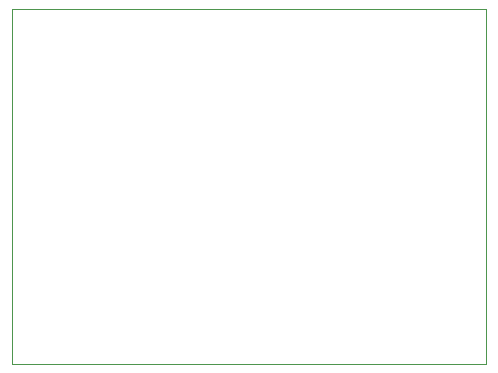
<source format=gko>
%FSLAX44Y44*%
%MOMM*%
G71*
G01*
G75*
G04 Layer_Color=16711935*
G04:AMPARAMS|DCode=10|XSize=1.5mm|YSize=3mm|CornerRadius=0.375mm|HoleSize=0mm|Usage=FLASHONLY|Rotation=0.000|XOffset=0mm|YOffset=0mm|HoleType=Round|Shape=RoundedRectangle|*
%AMROUNDEDRECTD10*
21,1,1.5000,2.2500,0,0,0.0*
21,1,0.7500,3.0000,0,0,0.0*
1,1,0.7500,0.3750,-1.1250*
1,1,0.7500,-0.3750,-1.1250*
1,1,0.7500,-0.3750,1.1250*
1,1,0.7500,0.3750,1.1250*
%
%ADD10ROUNDEDRECTD10*%
%ADD11R,0.4000X1.4000*%
%ADD12R,1.8000X1.9000*%
G04:AMPARAMS|DCode=13|XSize=1mm|YSize=1.2mm|CornerRadius=0.165mm|HoleSize=0mm|Usage=FLASHONLY|Rotation=0.000|XOffset=0mm|YOffset=0mm|HoleType=Round|Shape=RoundedRectangle|*
%AMROUNDEDRECTD13*
21,1,1.0000,0.8700,0,0,0.0*
21,1,0.6700,1.2000,0,0,0.0*
1,1,0.3300,0.3350,-0.4350*
1,1,0.3300,-0.3350,-0.4350*
1,1,0.3300,-0.3350,0.4350*
1,1,0.3300,0.3350,0.4350*
%
%ADD13ROUNDEDRECTD13*%
G04:AMPARAMS|DCode=14|XSize=2.35mm|YSize=1.15mm|CornerRadius=0.3852mm|HoleSize=0mm|Usage=FLASHONLY|Rotation=180.000|XOffset=0mm|YOffset=0mm|HoleType=Round|Shape=RoundedRectangle|*
%AMROUNDEDRECTD14*
21,1,2.3500,0.3795,0,0,180.0*
21,1,1.5795,1.1500,0,0,180.0*
1,1,0.7705,-0.7897,0.1898*
1,1,0.7705,0.7897,0.1898*
1,1,0.7705,0.7897,-0.1898*
1,1,0.7705,-0.7897,-0.1898*
%
%ADD14ROUNDEDRECTD14*%
G04:AMPARAMS|DCode=15|XSize=1.3mm|YSize=1mm|CornerRadius=0.25mm|HoleSize=0mm|Usage=FLASHONLY|Rotation=180.000|XOffset=0mm|YOffset=0mm|HoleType=Round|Shape=RoundedRectangle|*
%AMROUNDEDRECTD15*
21,1,1.3000,0.5000,0,0,180.0*
21,1,0.8000,1.0000,0,0,180.0*
1,1,0.5000,-0.4000,0.2500*
1,1,0.5000,0.4000,0.2500*
1,1,0.5000,0.4000,-0.2500*
1,1,0.5000,-0.4000,-0.2500*
%
%ADD15ROUNDEDRECTD15*%
G04:AMPARAMS|DCode=16|XSize=2.5mm|YSize=1.15mm|CornerRadius=0.3852mm|HoleSize=0mm|Usage=FLASHONLY|Rotation=180.000|XOffset=0mm|YOffset=0mm|HoleType=Round|Shape=RoundedRectangle|*
%AMROUNDEDRECTD16*
21,1,2.5000,0.3795,0,0,180.0*
21,1,1.7295,1.1500,0,0,180.0*
1,1,0.7705,-0.8648,0.1898*
1,1,0.7705,0.8648,0.1898*
1,1,0.7705,0.8648,-0.1898*
1,1,0.7705,-0.8648,-0.1898*
%
%ADD16ROUNDEDRECTD16*%
%ADD17O,0.7000X2.5000*%
%ADD18O,2.5000X0.7000*%
%ADD19R,1.1000X1.1000*%
%ADD20R,4.0000X4.0000*%
%ADD21O,1.1000X0.4000*%
%ADD22O,0.4000X1.1000*%
G04:AMPARAMS|DCode=23|XSize=1.1mm|YSize=0.6mm|CornerRadius=0.201mm|HoleSize=0mm|Usage=FLASHONLY|Rotation=180.000|XOffset=0mm|YOffset=0mm|HoleType=Round|Shape=RoundedRectangle|*
%AMROUNDEDRECTD23*
21,1,1.1000,0.1980,0,0,180.0*
21,1,0.6980,0.6000,0,0,180.0*
1,1,0.4020,-0.3490,0.0990*
1,1,0.4020,0.3490,0.0990*
1,1,0.4020,0.3490,-0.0990*
1,1,0.4020,-0.3490,-0.0990*
%
%ADD23ROUNDEDRECTD23*%
G04:AMPARAMS|DCode=24|XSize=1mm|YSize=0.9mm|CornerRadius=0.198mm|HoleSize=0mm|Usage=FLASHONLY|Rotation=90.000|XOffset=0mm|YOffset=0mm|HoleType=Round|Shape=RoundedRectangle|*
%AMROUNDEDRECTD24*
21,1,1.0000,0.5040,0,0,90.0*
21,1,0.6040,0.9000,0,0,90.0*
1,1,0.3960,0.2520,0.3020*
1,1,0.3960,0.2520,-0.3020*
1,1,0.3960,-0.2520,-0.3020*
1,1,0.3960,-0.2520,0.3020*
%
%ADD24ROUNDEDRECTD24*%
G04:AMPARAMS|DCode=25|XSize=0.67mm|YSize=0.67mm|CornerRadius=0.1508mm|HoleSize=0mm|Usage=FLASHONLY|Rotation=180.000|XOffset=0mm|YOffset=0mm|HoleType=Round|Shape=RoundedRectangle|*
%AMROUNDEDRECTD25*
21,1,0.6700,0.3685,0,0,180.0*
21,1,0.3685,0.6700,0,0,180.0*
1,1,0.3015,-0.1843,0.1843*
1,1,0.3015,0.1843,0.1843*
1,1,0.3015,0.1843,-0.1843*
1,1,0.3015,-0.1843,-0.1843*
%
%ADD25ROUNDEDRECTD25*%
G04:AMPARAMS|DCode=26|XSize=0.67mm|YSize=0.67mm|CornerRadius=0.1508mm|HoleSize=0mm|Usage=FLASHONLY|Rotation=270.000|XOffset=0mm|YOffset=0mm|HoleType=Round|Shape=RoundedRectangle|*
%AMROUNDEDRECTD26*
21,1,0.6700,0.3685,0,0,270.0*
21,1,0.3685,0.6700,0,0,270.0*
1,1,0.3015,-0.1843,-0.1843*
1,1,0.3015,-0.1843,0.1843*
1,1,0.3015,0.1843,0.1843*
1,1,0.3015,0.1843,-0.1843*
%
%ADD26ROUNDEDRECTD26*%
G04:AMPARAMS|DCode=27|XSize=1.05mm|YSize=0.65mm|CornerRadius=0.2015mm|HoleSize=0mm|Usage=FLASHONLY|Rotation=90.000|XOffset=0mm|YOffset=0mm|HoleType=Round|Shape=RoundedRectangle|*
%AMROUNDEDRECTD27*
21,1,1.0500,0.2470,0,0,90.0*
21,1,0.6470,0.6500,0,0,90.0*
1,1,0.4030,0.1235,0.3235*
1,1,0.4030,0.1235,-0.3235*
1,1,0.4030,-0.1235,-0.3235*
1,1,0.4030,-0.1235,0.3235*
%
%ADD27ROUNDEDRECTD27*%
G04:AMPARAMS|DCode=28|XSize=0.65mm|YSize=0.5mm|CornerRadius=0.2mm|HoleSize=0mm|Usage=FLASHONLY|Rotation=270.000|XOffset=0mm|YOffset=0mm|HoleType=Round|Shape=RoundedRectangle|*
%AMROUNDEDRECTD28*
21,1,0.6500,0.1000,0,0,270.0*
21,1,0.2500,0.5000,0,0,270.0*
1,1,0.4000,-0.0500,-0.1250*
1,1,0.4000,-0.0500,0.1250*
1,1,0.4000,0.0500,0.1250*
1,1,0.4000,0.0500,-0.1250*
%
%ADD28ROUNDEDRECTD28*%
G04:AMPARAMS|DCode=29|XSize=0.62mm|YSize=0.62mm|CornerRadius=0.1488mm|HoleSize=0mm|Usage=FLASHONLY|Rotation=270.000|XOffset=0mm|YOffset=0mm|HoleType=Round|Shape=RoundedRectangle|*
%AMROUNDEDRECTD29*
21,1,0.6200,0.3224,0,0,270.0*
21,1,0.3224,0.6200,0,0,270.0*
1,1,0.2976,-0.1612,-0.1612*
1,1,0.2976,-0.1612,0.1612*
1,1,0.2976,0.1612,0.1612*
1,1,0.2976,0.1612,-0.1612*
%
%ADD29ROUNDEDRECTD29*%
G04:AMPARAMS|DCode=30|XSize=1mm|YSize=0.95mm|CornerRadius=0.1995mm|HoleSize=0mm|Usage=FLASHONLY|Rotation=0.000|XOffset=0mm|YOffset=0mm|HoleType=Round|Shape=RoundedRectangle|*
%AMROUNDEDRECTD30*
21,1,1.0000,0.5510,0,0,0.0*
21,1,0.6010,0.9500,0,0,0.0*
1,1,0.3990,0.3005,-0.2755*
1,1,0.3990,-0.3005,-0.2755*
1,1,0.3990,-0.3005,0.2755*
1,1,0.3990,0.3005,0.2755*
%
%ADD30ROUNDEDRECTD30*%
G04:AMPARAMS|DCode=31|XSize=1mm|YSize=0.95mm|CornerRadius=0.1995mm|HoleSize=0mm|Usage=FLASHONLY|Rotation=270.000|XOffset=0mm|YOffset=0mm|HoleType=Round|Shape=RoundedRectangle|*
%AMROUNDEDRECTD31*
21,1,1.0000,0.5510,0,0,270.0*
21,1,0.6010,0.9500,0,0,270.0*
1,1,0.3990,-0.2755,-0.3005*
1,1,0.3990,-0.2755,0.3005*
1,1,0.3990,0.2755,0.3005*
1,1,0.3990,0.2755,-0.3005*
%
%ADD31ROUNDEDRECTD31*%
G04:AMPARAMS|DCode=32|XSize=0.5mm|YSize=0.21mm|CornerRadius=0.0347mm|HoleSize=0mm|Usage=FLASHONLY|Rotation=180.000|XOffset=0mm|YOffset=0mm|HoleType=Round|Shape=RoundedRectangle|*
%AMROUNDEDRECTD32*
21,1,0.5000,0.1407,0,0,180.0*
21,1,0.4307,0.2100,0,0,180.0*
1,1,0.0693,-0.2154,0.0704*
1,1,0.0693,0.2154,0.0704*
1,1,0.0693,0.2154,-0.0704*
1,1,0.0693,-0.2154,-0.0704*
%
%ADD32ROUNDEDRECTD32*%
G04:AMPARAMS|DCode=33|XSize=0.3mm|YSize=0.65mm|CornerRadius=0.0495mm|HoleSize=0mm|Usage=FLASHONLY|Rotation=180.000|XOffset=0mm|YOffset=0mm|HoleType=Round|Shape=RoundedRectangle|*
%AMROUNDEDRECTD33*
21,1,0.3000,0.5510,0,0,180.0*
21,1,0.2010,0.6500,0,0,180.0*
1,1,0.0990,-0.1005,0.2755*
1,1,0.0990,0.1005,0.2755*
1,1,0.0990,0.1005,-0.2755*
1,1,0.0990,-0.1005,-0.2755*
%
%ADD33ROUNDEDRECTD33*%
G04:AMPARAMS|DCode=34|XSize=0.65mm|YSize=0.35mm|CornerRadius=0.0735mm|HoleSize=0mm|Usage=FLASHONLY|Rotation=270.000|XOffset=0mm|YOffset=0mm|HoleType=Round|Shape=RoundedRectangle|*
%AMROUNDEDRECTD34*
21,1,0.6500,0.2030,0,0,270.0*
21,1,0.5030,0.3500,0,0,270.0*
1,1,0.1470,-0.1015,-0.2515*
1,1,0.1470,-0.1015,0.2515*
1,1,0.1470,0.1015,0.2515*
1,1,0.1470,0.1015,-0.2515*
%
%ADD34ROUNDEDRECTD34*%
G04:AMPARAMS|DCode=35|XSize=0.3mm|YSize=0.25mm|CornerRadius=0.0525mm|HoleSize=0mm|Usage=FLASHONLY|Rotation=270.000|XOffset=0mm|YOffset=0mm|HoleType=Round|Shape=RoundedRectangle|*
%AMROUNDEDRECTD35*
21,1,0.3000,0.1450,0,0,270.0*
21,1,0.1950,0.2500,0,0,270.0*
1,1,0.1050,-0.0725,-0.0975*
1,1,0.1050,-0.0725,0.0975*
1,1,0.1050,0.0725,0.0975*
1,1,0.1050,0.0725,-0.0975*
%
%ADD35ROUNDEDRECTD35*%
%ADD36C,0.2500*%
%ADD37C,0.3500*%
%ADD38C,0.2000*%
%ADD39C,0.6000*%
%ADD40C,0.3000*%
%ADD41C,0.7000*%
%ADD42C,0.4000*%
%ADD43C,0.5000*%
%ADD44C,0.7000*%
%ADD45C,0.8000*%
G04:AMPARAMS|DCode=46|XSize=1.15mm|YSize=2.1mm|CornerRadius=0.2875mm|HoleSize=0mm|Usage=FLASHONLY|Rotation=90.000|XOffset=0mm|YOffset=0mm|HoleType=Round|Shape=RoundedRectangle|*
%AMROUNDEDRECTD46*
21,1,1.1500,1.5250,0,0,90.0*
21,1,0.5750,2.1000,0,0,90.0*
1,1,0.5750,0.7625,0.2875*
1,1,0.5750,0.7625,-0.2875*
1,1,0.5750,-0.7625,-0.2875*
1,1,0.5750,-0.7625,0.2875*
%
%ADD46ROUNDEDRECTD46*%
%ADD47C,1.8500*%
%ADD48R,1.3000X1.3000*%
%ADD49C,1.3000*%
%ADD50C,0.6000*%
G04:AMPARAMS|DCode=51|XSize=1mm|YSize=0.9mm|CornerRadius=0.198mm|HoleSize=0mm|Usage=FLASHONLY|Rotation=0.000|XOffset=0mm|YOffset=0mm|HoleType=Round|Shape=RoundedRectangle|*
%AMROUNDEDRECTD51*
21,1,1.0000,0.5040,0,0,0.0*
21,1,0.6040,0.9000,0,0,0.0*
1,1,0.3960,0.3020,-0.2520*
1,1,0.3960,-0.3020,-0.2520*
1,1,0.3960,-0.3020,0.2520*
1,1,0.3960,0.3020,0.2520*
%
%ADD51ROUNDEDRECTD51*%
G04:AMPARAMS|DCode=52|XSize=1mm|YSize=1.2mm|CornerRadius=0.165mm|HoleSize=0mm|Usage=FLASHONLY|Rotation=90.000|XOffset=0mm|YOffset=0mm|HoleType=Round|Shape=RoundedRectangle|*
%AMROUNDEDRECTD52*
21,1,1.0000,0.8700,0,0,90.0*
21,1,0.6700,1.2000,0,0,90.0*
1,1,0.3300,0.4350,0.3350*
1,1,0.3300,0.4350,-0.3350*
1,1,0.3300,-0.4350,-0.3350*
1,1,0.3300,-0.4350,0.3350*
%
%ADD52ROUNDEDRECTD52*%
G04:AMPARAMS|DCode=53|XSize=3.5mm|YSize=1.2mm|CornerRadius=0.198mm|HoleSize=0mm|Usage=FLASHONLY|Rotation=180.000|XOffset=0mm|YOffset=0mm|HoleType=Round|Shape=RoundedRectangle|*
%AMROUNDEDRECTD53*
21,1,3.5000,0.8040,0,0,180.0*
21,1,3.1040,1.2000,0,0,180.0*
1,1,0.3960,-1.5520,0.4020*
1,1,0.3960,1.5520,0.4020*
1,1,0.3960,1.5520,-0.4020*
1,1,0.3960,-1.5520,-0.4020*
%
%ADD53ROUNDEDRECTD53*%
G04:AMPARAMS|DCode=54|XSize=0.62mm|YSize=0.62mm|CornerRadius=0.1488mm|HoleSize=0mm|Usage=FLASHONLY|Rotation=0.000|XOffset=0mm|YOffset=0mm|HoleType=Round|Shape=RoundedRectangle|*
%AMROUNDEDRECTD54*
21,1,0.6200,0.3224,0,0,0.0*
21,1,0.3224,0.6200,0,0,0.0*
1,1,0.2976,0.1612,-0.1612*
1,1,0.2976,-0.1612,-0.1612*
1,1,0.2976,-0.1612,0.1612*
1,1,0.2976,0.1612,0.1612*
%
%ADD54ROUNDEDRECTD54*%
%ADD55C,0.2540*%
%ADD56C,0.1000*%
%ADD57C,0.0100*%
%ADD58C,0.1500*%
%ADD59C,0.0500*%
%ADD60R,2.1000X2.1000*%
G04:AMPARAMS|DCode=61|XSize=1.7032mm|YSize=3.2032mm|CornerRadius=0.4766mm|HoleSize=0mm|Usage=FLASHONLY|Rotation=0.000|XOffset=0mm|YOffset=0mm|HoleType=Round|Shape=RoundedRectangle|*
%AMROUNDEDRECTD61*
21,1,1.7032,2.2500,0,0,0.0*
21,1,0.7500,3.2032,0,0,0.0*
1,1,0.9532,0.3750,-1.1250*
1,1,0.9532,-0.3750,-1.1250*
1,1,0.9532,-0.3750,1.1250*
1,1,0.9532,0.3750,1.1250*
%
%ADD61ROUNDEDRECTD61*%
%ADD62R,0.6032X1.6032*%
%ADD63R,2.0032X2.1032*%
G04:AMPARAMS|DCode=64|XSize=1.15mm|YSize=1.35mm|CornerRadius=0.24mm|HoleSize=0mm|Usage=FLASHONLY|Rotation=0.000|XOffset=0mm|YOffset=0mm|HoleType=Round|Shape=RoundedRectangle|*
%AMROUNDEDRECTD64*
21,1,1.1500,0.8700,0,0,0.0*
21,1,0.6700,1.3500,0,0,0.0*
1,1,0.4800,0.3350,-0.4350*
1,1,0.4800,-0.3350,-0.4350*
1,1,0.4800,-0.3350,0.4350*
1,1,0.4800,0.3350,0.4350*
%
%ADD64ROUNDEDRECTD64*%
G04:AMPARAMS|DCode=65|XSize=2.45mm|YSize=1.25mm|CornerRadius=0.4353mm|HoleSize=0mm|Usage=FLASHONLY|Rotation=180.000|XOffset=0mm|YOffset=0mm|HoleType=Round|Shape=RoundedRectangle|*
%AMROUNDEDRECTD65*
21,1,2.4500,0.3795,0,0,180.0*
21,1,1.5795,1.2500,0,0,180.0*
1,1,0.8705,-0.7897,0.1898*
1,1,0.8705,0.7897,0.1898*
1,1,0.8705,0.7897,-0.1898*
1,1,0.8705,-0.7897,-0.1898*
%
%ADD65ROUNDEDRECTD65*%
G04:AMPARAMS|DCode=66|XSize=1.4mm|YSize=1.1mm|CornerRadius=0.3mm|HoleSize=0mm|Usage=FLASHONLY|Rotation=180.000|XOffset=0mm|YOffset=0mm|HoleType=Round|Shape=RoundedRectangle|*
%AMROUNDEDRECTD66*
21,1,1.4000,0.5000,0,0,180.0*
21,1,0.8000,1.1000,0,0,180.0*
1,1,0.6000,-0.4000,0.2500*
1,1,0.6000,0.4000,0.2500*
1,1,0.6000,0.4000,-0.2500*
1,1,0.6000,-0.4000,-0.2500*
%
%ADD66ROUNDEDRECTD66*%
G04:AMPARAMS|DCode=67|XSize=2.6mm|YSize=1.25mm|CornerRadius=0.4353mm|HoleSize=0mm|Usage=FLASHONLY|Rotation=180.000|XOffset=0mm|YOffset=0mm|HoleType=Round|Shape=RoundedRectangle|*
%AMROUNDEDRECTD67*
21,1,2.6000,0.3795,0,0,180.0*
21,1,1.7295,1.2500,0,0,180.0*
1,1,0.8705,-0.8648,0.1898*
1,1,0.8705,0.8648,0.1898*
1,1,0.8705,0.8648,-0.1898*
1,1,0.8705,-0.8648,-0.1898*
%
%ADD67ROUNDEDRECTD67*%
%ADD68O,0.9032X2.7032*%
%ADD69O,2.7032X0.9032*%
%ADD70R,1.3032X1.3032*%
%ADD71R,4.1000X4.1000*%
%ADD72O,1.2000X0.5000*%
%ADD73O,0.5000X1.2000*%
G04:AMPARAMS|DCode=74|XSize=1.25mm|YSize=0.75mm|CornerRadius=0.276mm|HoleSize=0mm|Usage=FLASHONLY|Rotation=180.000|XOffset=0mm|YOffset=0mm|HoleType=Round|Shape=RoundedRectangle|*
%AMROUNDEDRECTD74*
21,1,1.2500,0.1980,0,0,180.0*
21,1,0.6980,0.7500,0,0,180.0*
1,1,0.5520,-0.3490,0.0990*
1,1,0.5520,0.3490,0.0990*
1,1,0.5520,0.3490,-0.0990*
1,1,0.5520,-0.3490,-0.0990*
%
%ADD74ROUNDEDRECTD74*%
G04:AMPARAMS|DCode=75|XSize=1.15mm|YSize=1.05mm|CornerRadius=0.273mm|HoleSize=0mm|Usage=FLASHONLY|Rotation=90.000|XOffset=0mm|YOffset=0mm|HoleType=Round|Shape=RoundedRectangle|*
%AMROUNDEDRECTD75*
21,1,1.1500,0.5040,0,0,90.0*
21,1,0.6040,1.0500,0,0,90.0*
1,1,0.5460,0.2520,0.3020*
1,1,0.5460,0.2520,-0.3020*
1,1,0.5460,-0.2520,-0.3020*
1,1,0.5460,-0.2520,0.3020*
%
%ADD75ROUNDEDRECTD75*%
G04:AMPARAMS|DCode=76|XSize=0.77mm|YSize=0.77mm|CornerRadius=0.2008mm|HoleSize=0mm|Usage=FLASHONLY|Rotation=180.000|XOffset=0mm|YOffset=0mm|HoleType=Round|Shape=RoundedRectangle|*
%AMROUNDEDRECTD76*
21,1,0.7700,0.3685,0,0,180.0*
21,1,0.3685,0.7700,0,0,180.0*
1,1,0.4015,-0.1843,0.1843*
1,1,0.4015,0.1843,0.1843*
1,1,0.4015,0.1843,-0.1843*
1,1,0.4015,-0.1843,-0.1843*
%
%ADD76ROUNDEDRECTD76*%
G04:AMPARAMS|DCode=77|XSize=0.77mm|YSize=0.77mm|CornerRadius=0.2008mm|HoleSize=0mm|Usage=FLASHONLY|Rotation=270.000|XOffset=0mm|YOffset=0mm|HoleType=Round|Shape=RoundedRectangle|*
%AMROUNDEDRECTD77*
21,1,0.7700,0.3685,0,0,270.0*
21,1,0.3685,0.7700,0,0,270.0*
1,1,0.4015,-0.1843,-0.1843*
1,1,0.4015,-0.1843,0.1843*
1,1,0.4015,0.1843,0.1843*
1,1,0.4015,0.1843,-0.1843*
%
%ADD77ROUNDEDRECTD77*%
G04:AMPARAMS|DCode=78|XSize=1.2mm|YSize=0.8mm|CornerRadius=0.2765mm|HoleSize=0mm|Usage=FLASHONLY|Rotation=90.000|XOffset=0mm|YOffset=0mm|HoleType=Round|Shape=RoundedRectangle|*
%AMROUNDEDRECTD78*
21,1,1.2000,0.2470,0,0,90.0*
21,1,0.6470,0.8000,0,0,90.0*
1,1,0.5530,0.1235,0.3235*
1,1,0.5530,0.1235,-0.3235*
1,1,0.5530,-0.1235,-0.3235*
1,1,0.5530,-0.1235,0.3235*
%
%ADD78ROUNDEDRECTD78*%
G04:AMPARAMS|DCode=79|XSize=0.8mm|YSize=0.65mm|CornerRadius=0.275mm|HoleSize=0mm|Usage=FLASHONLY|Rotation=270.000|XOffset=0mm|YOffset=0mm|HoleType=Round|Shape=RoundedRectangle|*
%AMROUNDEDRECTD79*
21,1,0.8000,0.1000,0,0,270.0*
21,1,0.2500,0.6500,0,0,270.0*
1,1,0.5500,-0.0500,-0.1250*
1,1,0.5500,-0.0500,0.1250*
1,1,0.5500,0.0500,0.1250*
1,1,0.5500,0.0500,-0.1250*
%
%ADD79ROUNDEDRECTD79*%
G04:AMPARAMS|DCode=80|XSize=0.77mm|YSize=0.77mm|CornerRadius=0.2238mm|HoleSize=0mm|Usage=FLASHONLY|Rotation=270.000|XOffset=0mm|YOffset=0mm|HoleType=Round|Shape=RoundedRectangle|*
%AMROUNDEDRECTD80*
21,1,0.7700,0.3224,0,0,270.0*
21,1,0.3224,0.7700,0,0,270.0*
1,1,0.4476,-0.1612,-0.1612*
1,1,0.4476,-0.1612,0.1612*
1,1,0.4476,0.1612,0.1612*
1,1,0.4476,0.1612,-0.1612*
%
%ADD80ROUNDEDRECTD80*%
G04:AMPARAMS|DCode=81|XSize=1.15mm|YSize=1.1mm|CornerRadius=0.2745mm|HoleSize=0mm|Usage=FLASHONLY|Rotation=0.000|XOffset=0mm|YOffset=0mm|HoleType=Round|Shape=RoundedRectangle|*
%AMROUNDEDRECTD81*
21,1,1.1500,0.5510,0,0,0.0*
21,1,0.6010,1.1000,0,0,0.0*
1,1,0.5490,0.3005,-0.2755*
1,1,0.5490,-0.3005,-0.2755*
1,1,0.5490,-0.3005,0.2755*
1,1,0.5490,0.3005,0.2755*
%
%ADD81ROUNDEDRECTD81*%
G04:AMPARAMS|DCode=82|XSize=1.15mm|YSize=1.1mm|CornerRadius=0.2745mm|HoleSize=0mm|Usage=FLASHONLY|Rotation=270.000|XOffset=0mm|YOffset=0mm|HoleType=Round|Shape=RoundedRectangle|*
%AMROUNDEDRECTD82*
21,1,1.1500,0.5510,0,0,270.0*
21,1,0.6010,1.1000,0,0,270.0*
1,1,0.5490,-0.2755,-0.3005*
1,1,0.5490,-0.2755,0.3005*
1,1,0.5490,0.2755,0.3005*
1,1,0.5490,0.2755,-0.3005*
%
%ADD82ROUNDEDRECTD82*%
G04:AMPARAMS|DCode=83|XSize=0.65mm|YSize=0.36mm|CornerRadius=0.1097mm|HoleSize=0mm|Usage=FLASHONLY|Rotation=180.000|XOffset=0mm|YOffset=0mm|HoleType=Round|Shape=RoundedRectangle|*
%AMROUNDEDRECTD83*
21,1,0.6500,0.1407,0,0,180.0*
21,1,0.4307,0.3600,0,0,180.0*
1,1,0.2193,-0.2154,0.0704*
1,1,0.2193,0.2154,0.0704*
1,1,0.2193,0.2154,-0.0704*
1,1,0.2193,-0.2154,-0.0704*
%
%ADD83ROUNDEDRECTD83*%
G04:AMPARAMS|DCode=84|XSize=0.45mm|YSize=0.8mm|CornerRadius=0.1245mm|HoleSize=0mm|Usage=FLASHONLY|Rotation=180.000|XOffset=0mm|YOffset=0mm|HoleType=Round|Shape=RoundedRectangle|*
%AMROUNDEDRECTD84*
21,1,0.4500,0.5510,0,0,180.0*
21,1,0.2010,0.8000,0,0,180.0*
1,1,0.2490,-0.1005,0.2755*
1,1,0.2490,0.1005,0.2755*
1,1,0.2490,0.1005,-0.2755*
1,1,0.2490,-0.1005,-0.2755*
%
%ADD84ROUNDEDRECTD84*%
G04:AMPARAMS|DCode=85|XSize=0.8mm|YSize=0.5mm|CornerRadius=0.1485mm|HoleSize=0mm|Usage=FLASHONLY|Rotation=270.000|XOffset=0mm|YOffset=0mm|HoleType=Round|Shape=RoundedRectangle|*
%AMROUNDEDRECTD85*
21,1,0.8000,0.2030,0,0,270.0*
21,1,0.5030,0.5000,0,0,270.0*
1,1,0.2970,-0.1015,-0.2515*
1,1,0.2970,-0.1015,0.2515*
1,1,0.2970,0.1015,0.2515*
1,1,0.2970,0.1015,-0.2515*
%
%ADD85ROUNDEDRECTD85*%
G04:AMPARAMS|DCode=86|XSize=0.45mm|YSize=0.4mm|CornerRadius=0.1275mm|HoleSize=0mm|Usage=FLASHONLY|Rotation=270.000|XOffset=0mm|YOffset=0mm|HoleType=Round|Shape=RoundedRectangle|*
%AMROUNDEDRECTD86*
21,1,0.4500,0.1450,0,0,270.0*
21,1,0.1950,0.4000,0,0,270.0*
1,1,0.2550,-0.0725,-0.0975*
1,1,0.2550,-0.0725,0.0975*
1,1,0.2550,0.0725,0.0975*
1,1,0.2550,0.0725,-0.0975*
%
%ADD86ROUNDEDRECTD86*%
%ADD87C,0.9032*%
%ADD88C,1.0032*%
G04:AMPARAMS|DCode=89|XSize=1.25mm|YSize=2.2mm|CornerRadius=0.3375mm|HoleSize=0mm|Usage=FLASHONLY|Rotation=90.000|XOffset=0mm|YOffset=0mm|HoleType=Round|Shape=RoundedRectangle|*
%AMROUNDEDRECTD89*
21,1,1.2500,1.5250,0,0,90.0*
21,1,0.5750,2.2000,0,0,90.0*
1,1,0.6750,0.7625,0.2875*
1,1,0.6750,0.7625,-0.2875*
1,1,0.6750,-0.7625,-0.2875*
1,1,0.6750,-0.7625,0.2875*
%
%ADD89ROUNDEDRECTD89*%
%ADD90C,2.0000*%
%ADD91R,1.5032X1.5032*%
%ADD92C,1.5032*%
G04:AMPARAMS|DCode=93|XSize=1.15mm|YSize=1.05mm|CornerRadius=0.273mm|HoleSize=0mm|Usage=FLASHONLY|Rotation=0.000|XOffset=0mm|YOffset=0mm|HoleType=Round|Shape=RoundedRectangle|*
%AMROUNDEDRECTD93*
21,1,1.1500,0.5040,0,0,0.0*
21,1,0.6040,1.0500,0,0,0.0*
1,1,0.5460,0.3020,-0.2520*
1,1,0.5460,-0.3020,-0.2520*
1,1,0.5460,-0.3020,0.2520*
1,1,0.5460,0.3020,0.2520*
%
%ADD93ROUNDEDRECTD93*%
G04:AMPARAMS|DCode=94|XSize=1.15mm|YSize=1.35mm|CornerRadius=0.24mm|HoleSize=0mm|Usage=FLASHONLY|Rotation=90.000|XOffset=0mm|YOffset=0mm|HoleType=Round|Shape=RoundedRectangle|*
%AMROUNDEDRECTD94*
21,1,1.1500,0.8700,0,0,90.0*
21,1,0.6700,1.3500,0,0,90.0*
1,1,0.4800,0.4350,0.3350*
1,1,0.4800,0.4350,-0.3350*
1,1,0.4800,-0.4350,-0.3350*
1,1,0.4800,-0.4350,0.3350*
%
%ADD94ROUNDEDRECTD94*%
G04:AMPARAMS|DCode=95|XSize=3.65mm|YSize=1.35mm|CornerRadius=0.273mm|HoleSize=0mm|Usage=FLASHONLY|Rotation=180.000|XOffset=0mm|YOffset=0mm|HoleType=Round|Shape=RoundedRectangle|*
%AMROUNDEDRECTD95*
21,1,3.6500,0.8040,0,0,180.0*
21,1,3.1040,1.3500,0,0,180.0*
1,1,0.5460,-1.5520,0.4020*
1,1,0.5460,1.5520,0.4020*
1,1,0.5460,1.5520,-0.4020*
1,1,0.5460,-1.5520,-0.4020*
%
%ADD95ROUNDEDRECTD95*%
G04:AMPARAMS|DCode=96|XSize=0.77mm|YSize=0.77mm|CornerRadius=0.2238mm|HoleSize=0mm|Usage=FLASHONLY|Rotation=0.000|XOffset=0mm|YOffset=0mm|HoleType=Round|Shape=RoundedRectangle|*
%AMROUNDEDRECTD96*
21,1,0.7700,0.3224,0,0,0.0*
21,1,0.3224,0.7700,0,0,0.0*
1,1,0.4476,0.1612,-0.1612*
1,1,0.4476,-0.1612,-0.1612*
1,1,0.4476,-0.1612,0.1612*
1,1,0.4476,0.1612,0.1612*
%
%ADD96ROUNDEDRECTD96*%
D56*
X0Y0D02*
X401000D01*
Y300000D01*
X0D02*
X401000D01*
X0Y0D02*
Y300000D01*
M02*

</source>
